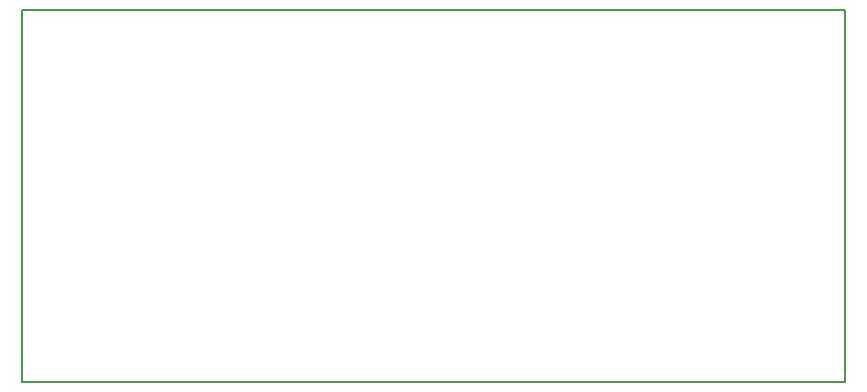
<source format=gm1>
G04 #@! TF.FileFunction,Profile,NP*
%FSLAX46Y46*%
G04 Gerber Fmt 4.6, Leading zero omitted, Abs format (unit mm)*
G04 Created by KiCad (PCBNEW 4.0.7) date 07/10/18 00:50:01*
%MOMM*%
%LPD*%
G01*
G04 APERTURE LIST*
%ADD10C,0.100000*%
%ADD11C,0.150000*%
G04 APERTURE END LIST*
D10*
D11*
X116000000Y-98806000D02*
X185752000Y-98806000D01*
X116000000Y-130302000D02*
X116000000Y-98806000D01*
X185752000Y-130302000D02*
X116000000Y-130302000D01*
X185752000Y-98806000D02*
X185752000Y-130302000D01*
M02*

</source>
